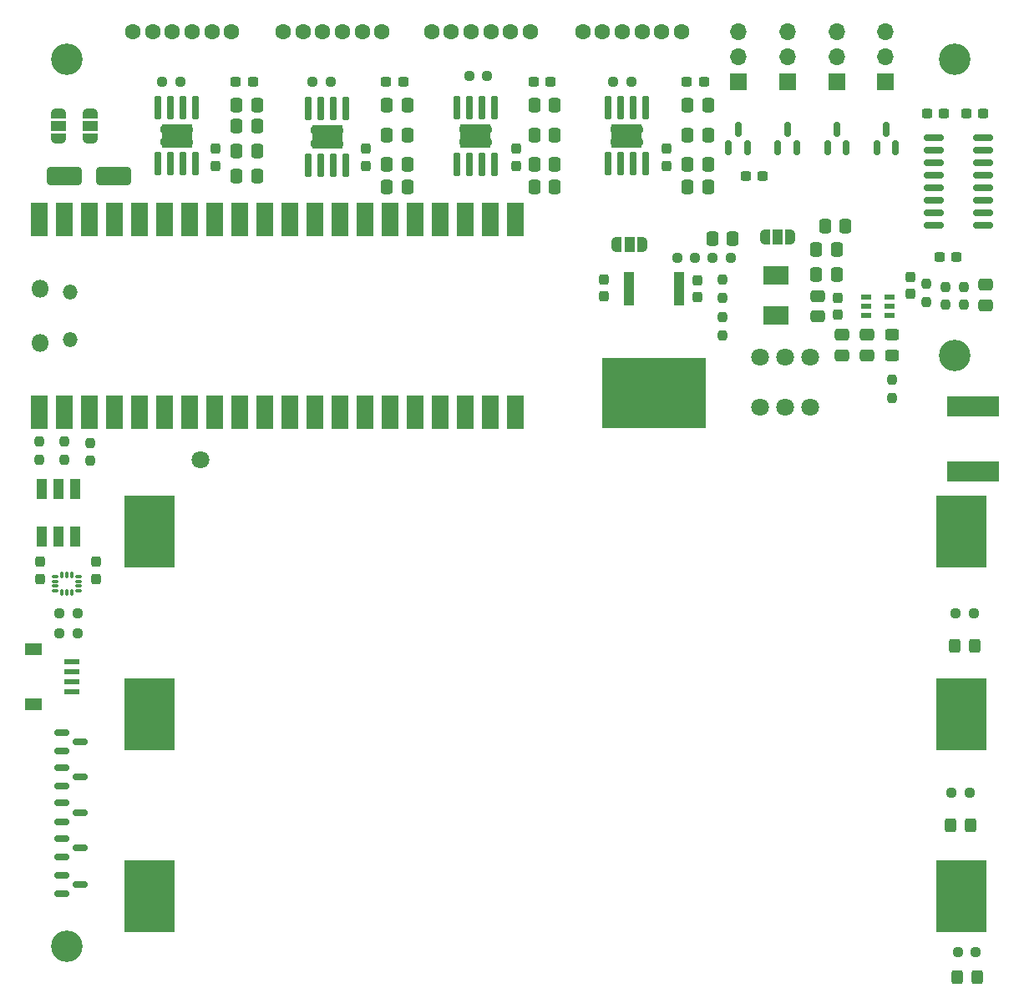
<source format=gbr>
%TF.GenerationSoftware,KiCad,Pcbnew,7.0.2-0*%
%TF.CreationDate,2024-06-06T04:37:27-07:00*%
%TF.ProjectId,version_1,76657273-696f-46e5-9f31-2e6b69636164,rev?*%
%TF.SameCoordinates,Original*%
%TF.FileFunction,Soldermask,Top*%
%TF.FilePolarity,Negative*%
%FSLAX46Y46*%
G04 Gerber Fmt 4.6, Leading zero omitted, Abs format (unit mm)*
G04 Created by KiCad (PCBNEW 7.0.2-0) date 2024-06-06 04:37:27*
%MOMM*%
%LPD*%
G01*
G04 APERTURE LIST*
G04 Aperture macros list*
%AMRoundRect*
0 Rectangle with rounded corners*
0 $1 Rounding radius*
0 $2 $3 $4 $5 $6 $7 $8 $9 X,Y pos of 4 corners*
0 Add a 4 corners polygon primitive as box body*
4,1,4,$2,$3,$4,$5,$6,$7,$8,$9,$2,$3,0*
0 Add four circle primitives for the rounded corners*
1,1,$1+$1,$2,$3*
1,1,$1+$1,$4,$5*
1,1,$1+$1,$6,$7*
1,1,$1+$1,$8,$9*
0 Add four rect primitives between the rounded corners*
20,1,$1+$1,$2,$3,$4,$5,0*
20,1,$1+$1,$4,$5,$6,$7,0*
20,1,$1+$1,$6,$7,$8,$9,0*
20,1,$1+$1,$8,$9,$2,$3,0*%
%AMFreePoly0*
4,1,19,0.550000,-0.750000,0.000000,-0.750000,0.000000,-0.744911,-0.071157,-0.744911,-0.207708,-0.704816,-0.327430,-0.627875,-0.420627,-0.520320,-0.479746,-0.390866,-0.500000,-0.250000,-0.500000,0.250000,-0.479746,0.390866,-0.420627,0.520320,-0.327430,0.627875,-0.207708,0.704816,-0.071157,0.744911,0.000000,0.744911,0.000000,0.750000,0.550000,0.750000,0.550000,-0.750000,0.550000,-0.750000,
$1*%
%AMFreePoly1*
4,1,19,0.000000,0.744911,0.071157,0.744911,0.207708,0.704816,0.327430,0.627875,0.420627,0.520320,0.479746,0.390866,0.500000,0.250000,0.500000,-0.250000,0.479746,-0.390866,0.420627,-0.520320,0.327430,-0.627875,0.207708,-0.704816,0.071157,-0.744911,0.000000,-0.744911,0.000000,-0.750000,-0.550000,-0.750000,-0.550000,0.750000,0.000000,0.750000,0.000000,0.744911,0.000000,0.744911,
$1*%
G04 Aperture macros list end*
%ADD10RoundRect,0.237500X-0.250000X-0.237500X0.250000X-0.237500X0.250000X0.237500X-0.250000X0.237500X0*%
%ADD11RoundRect,0.250000X-0.337500X-0.475000X0.337500X-0.475000X0.337500X0.475000X-0.337500X0.475000X0*%
%ADD12R,1.700000X1.700000*%
%ADD13O,1.700000X1.700000*%
%ADD14RoundRect,0.237500X0.237500X-0.250000X0.237500X0.250000X-0.237500X0.250000X-0.237500X-0.250000X0*%
%ADD15RoundRect,0.237500X0.300000X0.237500X-0.300000X0.237500X-0.300000X-0.237500X0.300000X-0.237500X0*%
%ADD16RoundRect,0.237500X0.250000X0.237500X-0.250000X0.237500X-0.250000X-0.237500X0.250000X-0.237500X0*%
%ADD17FreePoly0,270.000000*%
%ADD18R,1.500000X1.000000*%
%ADD19FreePoly1,270.000000*%
%ADD20RoundRect,0.150000X-0.850000X-0.150000X0.850000X-0.150000X0.850000X0.150000X-0.850000X0.150000X0*%
%ADD21FreePoly0,90.000000*%
%ADD22FreePoly1,90.000000*%
%ADD23RoundRect,0.250000X-0.475000X0.337500X-0.475000X-0.337500X0.475000X-0.337500X0.475000X0.337500X0*%
%ADD24RoundRect,0.237500X-0.237500X0.300000X-0.237500X-0.300000X0.237500X-0.300000X0.237500X0.300000X0*%
%ADD25FreePoly0,180.000000*%
%ADD26R,1.000000X1.500000*%
%ADD27FreePoly1,180.000000*%
%ADD28C,1.600000*%
%ADD29R,3.100000X2.400000*%
%ADD30RoundRect,0.070000X0.250000X-1.100000X0.250000X1.100000X-0.250000X1.100000X-0.250000X-1.100000X0*%
%ADD31C,0.770000*%
%ADD32R,1.550013X0.600000*%
%ADD33R,1.800000X1.200000*%
%ADD34R,2.500000X1.900000*%
%ADD35RoundRect,0.237500X-0.237500X0.250000X-0.237500X-0.250000X0.237500X-0.250000X0.237500X0.250000X0*%
%ADD36C,3.200000*%
%ADD37RoundRect,0.237500X-0.300000X-0.237500X0.300000X-0.237500X0.300000X0.237500X-0.300000X0.237500X0*%
%ADD38RoundRect,0.237500X0.237500X-0.300000X0.237500X0.300000X-0.237500X0.300000X-0.237500X-0.300000X0*%
%ADD39RoundRect,0.150000X-0.587500X-0.150000X0.587500X-0.150000X0.587500X0.150000X-0.587500X0.150000X0*%
%ADD40R,1.072009X0.532004*%
%ADD41RoundRect,0.250000X0.325000X0.450000X-0.325000X0.450000X-0.325000X-0.450000X0.325000X-0.450000X0*%
%ADD42RoundRect,0.150000X0.150000X-0.587500X0.150000X0.587500X-0.150000X0.587500X-0.150000X-0.587500X0*%
%ADD43O,1.800000X1.800000*%
%ADD44O,1.500000X1.500000*%
%ADD45R,1.700000X3.500000*%
%ADD46C,1.800000*%
%ADD47RoundRect,0.250000X-1.500000X-0.650000X1.500000X-0.650000X1.500000X0.650000X-1.500000X0.650000X0*%
%ADD48R,5.200000X7.400000*%
%ADD49RoundRect,0.087500X0.225000X0.087500X-0.225000X0.087500X-0.225000X-0.087500X0.225000X-0.087500X0*%
%ADD50RoundRect,0.087500X0.087500X0.225000X-0.087500X0.225000X-0.087500X-0.225000X0.087500X-0.225000X0*%
%ADD51R,5.300000X2.000000*%
%ADD52RoundRect,0.250000X0.475000X-0.337500X0.475000X0.337500X-0.475000X0.337500X-0.475000X-0.337500X0*%
%ADD53RoundRect,0.250000X0.450000X-0.325000X0.450000X0.325000X-0.450000X0.325000X-0.450000X-0.325000X0*%
%ADD54R,1.134011X3.358547*%
%ADD55R,10.566421X7.180544*%
%ADD56R,1.100000X2.000000*%
G04 APERTURE END LIST*
D10*
%TO.C,R9*%
X49887500Y-27305000D03*
X51712500Y-27305000D03*
%TD*%
D11*
%TO.C,C37*%
X72354000Y-37973000D03*
X74429000Y-37973000D03*
%TD*%
D12*
%TO.C,M8*%
X107950000Y-27305000D03*
D13*
X107950000Y-24765000D03*
X107950000Y-22225000D03*
%TD*%
D14*
%TO.C,R5*%
X91440000Y-52982500D03*
X91440000Y-51157500D03*
%TD*%
D15*
%TO.C,C60*%
X95477500Y-36830000D03*
X93752500Y-36830000D03*
%TD*%
D16*
%TO.C,R27*%
X116889974Y-81195026D03*
X115064974Y-81195026D03*
%TD*%
D17*
%TO.C,JP2*%
X24130000Y-30450000D03*
D18*
X24130000Y-31750000D03*
D19*
X24130000Y-33050000D03*
%TD*%
D20*
%TO.C,U10*%
X112865000Y-32967973D03*
X112865000Y-34237973D03*
X112865000Y-35507973D03*
X112865000Y-36777973D03*
X112865000Y-38047973D03*
X112865000Y-39317973D03*
X112865000Y-40587973D03*
X112865000Y-41857973D03*
X117865000Y-41857973D03*
X117865000Y-40587973D03*
X117865000Y-39317973D03*
X117865000Y-38047973D03*
X117865000Y-36777973D03*
X117865000Y-35507973D03*
X117865000Y-34237973D03*
X117865000Y-32967973D03*
%TD*%
D21*
%TO.C,JP3*%
X27305000Y-33050000D03*
D18*
X27305000Y-31750000D03*
D22*
X27305000Y-30450000D03*
%TD*%
D23*
%TO.C,C30*%
X103505000Y-52937500D03*
X103505000Y-55012500D03*
%TD*%
D24*
%TO.C,C26*%
X70485000Y-34062500D03*
X70485000Y-35787500D03*
%TD*%
D25*
%TO.C,JP4*%
X98300000Y-43000000D03*
D26*
X97000000Y-43000000D03*
D27*
X95700000Y-43000000D03*
%TD*%
D28*
%TO.C,CN3*%
X46902999Y-22225000D03*
X48902999Y-22225000D03*
X50902999Y-22225000D03*
X52902999Y-22225000D03*
X54902999Y-22225000D03*
X56902999Y-22225000D03*
%TD*%
D16*
%TO.C,R25*%
X92227500Y-45155000D03*
X90402500Y-45155000D03*
%TD*%
D24*
%TO.C,C6*%
X88900000Y-47397500D03*
X88900000Y-49122500D03*
%TD*%
%TO.C,C7*%
X110473500Y-47042500D03*
X110473500Y-48767500D03*
%TD*%
D11*
%TO.C,C42*%
X72354000Y-35687000D03*
X74429000Y-35687000D03*
%TD*%
D10*
%TO.C,R29*%
X24217500Y-81229763D03*
X26042500Y-81229763D03*
%TD*%
D29*
%TO.C,U17*%
X36101000Y-32728973D03*
D30*
X34196000Y-35603973D03*
X35466000Y-35603973D03*
X36736000Y-35603973D03*
X38006000Y-35603973D03*
X38006000Y-29853973D03*
X36736000Y-29853973D03*
X35466000Y-29853973D03*
X34196000Y-29853973D03*
D31*
X34801000Y-33378973D03*
X36101000Y-33378973D03*
X37401000Y-33378973D03*
X34801000Y-32078973D03*
X36101000Y-32078973D03*
X37401000Y-32078973D03*
%TD*%
D16*
%TO.C,R17*%
X116482500Y-99433026D03*
X114657500Y-99433026D03*
%TD*%
D24*
%TO.C,C5*%
X79375000Y-47302500D03*
X79375000Y-49027500D03*
%TD*%
D32*
%TO.C,U18*%
X25433024Y-86130127D03*
X25433024Y-87130127D03*
X25432516Y-88130381D03*
X25432516Y-89130381D03*
D33*
X21556976Y-90430102D03*
X21557484Y-84829898D03*
%TD*%
D34*
%TO.C,U5*%
X96882500Y-50968538D03*
X96882500Y-46868462D03*
%TD*%
D24*
%TO.C,C50*%
X27940000Y-75972500D03*
X27940000Y-77697500D03*
%TD*%
D28*
%TO.C,CN4*%
X31655000Y-22172973D03*
X33655000Y-22172973D03*
X35655000Y-22172973D03*
X37655000Y-22172973D03*
X39655000Y-22172973D03*
X41655000Y-22172973D03*
%TD*%
D10*
%TO.C,R8*%
X65762500Y-26670000D03*
X67587500Y-26670000D03*
%TD*%
D35*
%TO.C,R6*%
X91440000Y-47347500D03*
X91440000Y-49172500D03*
%TD*%
D29*
%TO.C,U16*%
X51349000Y-32852973D03*
D30*
X49444000Y-35727973D03*
X50714000Y-35727973D03*
X51984000Y-35727973D03*
X53254000Y-35727973D03*
X53254000Y-29977973D03*
X51984000Y-29977973D03*
X50714000Y-29977973D03*
X49444000Y-29977973D03*
D31*
X50049000Y-33502973D03*
X51349000Y-33502973D03*
X52649000Y-33502973D03*
X50049000Y-32202973D03*
X51349000Y-32202973D03*
X52649000Y-32202973D03*
%TD*%
D11*
%TO.C,C11*%
X87889000Y-29667000D03*
X89964000Y-29667000D03*
%TD*%
D15*
%TO.C,C29*%
X113892500Y-30480000D03*
X112167500Y-30480000D03*
%TD*%
D24*
%TO.C,C28*%
X40005000Y-34062500D03*
X40005000Y-35787500D03*
%TD*%
D11*
%TO.C,C36*%
X87889000Y-37973000D03*
X89964000Y-37973000D03*
%TD*%
D29*
%TO.C,U13*%
X81709000Y-32728973D03*
D30*
X79804000Y-35603973D03*
X81074000Y-35603973D03*
X82344000Y-35603973D03*
X83614000Y-35603973D03*
X83614000Y-29853973D03*
X82344000Y-29853973D03*
X81074000Y-29853973D03*
X79804000Y-29853973D03*
D31*
X80409000Y-33378973D03*
X81709000Y-33378973D03*
X83009000Y-33378973D03*
X80409000Y-32078973D03*
X81709000Y-32078973D03*
X83009000Y-32078973D03*
%TD*%
D36*
%TO.C,H2*%
X25000000Y-115000000D03*
%TD*%
D37*
%TO.C,C4*%
X42090000Y-27305000D03*
X43815000Y-27305000D03*
%TD*%
D14*
%TO.C,R23*%
X27305000Y-65747500D03*
X27305000Y-63922500D03*
%TD*%
D38*
%TO.C,C14*%
X103087500Y-50900000D03*
X103087500Y-49175000D03*
%TD*%
D39*
%TO.C,Q25*%
X24462500Y-96825000D03*
X24462500Y-98725000D03*
X26337500Y-97775000D03*
%TD*%
D40*
%TO.C,U4*%
X106022402Y-49087538D03*
X106022402Y-50037500D03*
X106022402Y-50987462D03*
X108320598Y-50987462D03*
X108320598Y-50037500D03*
X108320598Y-49087538D03*
%TD*%
D37*
%TO.C,C3*%
X57330000Y-27305000D03*
X59055000Y-27305000D03*
%TD*%
D41*
%TO.C,D1*%
X117230000Y-118110000D03*
X115180000Y-118110000D03*
%TD*%
D12*
%TO.C,M6*%
X98000000Y-27305000D03*
D13*
X98000000Y-24765000D03*
X98000000Y-22225000D03*
%TD*%
D10*
%TO.C,R7*%
X80367500Y-27305000D03*
X82192500Y-27305000D03*
%TD*%
D23*
%TO.C,C59*%
X118110000Y-47857500D03*
X118110000Y-49932500D03*
%TD*%
D42*
%TO.C,Q17*%
X92050000Y-33980473D03*
X93950000Y-33980473D03*
X93000000Y-32105473D03*
%TD*%
D11*
%TO.C,C39*%
X42169000Y-36830000D03*
X44244000Y-36830000D03*
%TD*%
D24*
%TO.C,C25*%
X85725000Y-34062500D03*
X85725000Y-35787500D03*
%TD*%
D12*
%TO.C,M5*%
X93000000Y-27305000D03*
D13*
X93000000Y-24765000D03*
X93000000Y-22225000D03*
%TD*%
D41*
%TO.C,D7*%
X117002474Y-84497026D03*
X114952474Y-84497026D03*
%TD*%
%TO.C,D3*%
X116595000Y-102735026D03*
X114545000Y-102735026D03*
%TD*%
D37*
%TO.C,C2*%
X72275000Y-27305000D03*
X74000000Y-27305000D03*
%TD*%
D28*
%TO.C,CN2*%
X61942999Y-22188973D03*
X63942999Y-22188973D03*
X65942999Y-22188973D03*
X67942999Y-22188973D03*
X69942999Y-22188973D03*
X71942999Y-22188973D03*
%TD*%
D11*
%TO.C,C54*%
X42169000Y-34290000D03*
X44244000Y-34290000D03*
%TD*%
D29*
%TO.C,U15*%
X66389000Y-32744973D03*
D30*
X64484000Y-35619973D03*
X65754000Y-35619973D03*
X67024000Y-35619973D03*
X68294000Y-35619973D03*
X68294000Y-29869973D03*
X67024000Y-29869973D03*
X65754000Y-29869973D03*
X64484000Y-29869973D03*
D31*
X65089000Y-33394973D03*
X66389000Y-33394973D03*
X67689000Y-33394973D03*
X65089000Y-32094973D03*
X66389000Y-32094973D03*
X67689000Y-32094973D03*
%TD*%
D43*
%TO.C,U1*%
X22275000Y-53725000D03*
D44*
X25305000Y-53425000D03*
X25305000Y-48575000D03*
D43*
X22275000Y-48275000D03*
D45*
X22145000Y-60790000D03*
X24685000Y-60790000D03*
X27225000Y-60790000D03*
X29765000Y-60790000D03*
X32305000Y-60790000D03*
X34845000Y-60790000D03*
X37385000Y-60790000D03*
X39925000Y-60790000D03*
X42465000Y-60790000D03*
X45005000Y-60790000D03*
X47545000Y-60790000D03*
X50085000Y-60790000D03*
X52625000Y-60790000D03*
X55165000Y-60790000D03*
X57705000Y-60790000D03*
X60245000Y-60790000D03*
X62785000Y-60790000D03*
X65325000Y-60790000D03*
X67865000Y-60790000D03*
X70405000Y-60790000D03*
X70405000Y-41210000D03*
X67865000Y-41210000D03*
X65325000Y-41210000D03*
X62785000Y-41210000D03*
X60245000Y-41210000D03*
X57705000Y-41210000D03*
X55165000Y-41210000D03*
X52625000Y-41210000D03*
X50085000Y-41210000D03*
X47545000Y-41210000D03*
X45005000Y-41210000D03*
X42465000Y-41210000D03*
X39925000Y-41210000D03*
X37385000Y-41210000D03*
X34845000Y-41210000D03*
X32305000Y-41210000D03*
X29765000Y-41210000D03*
X27225000Y-41210000D03*
X24685000Y-41210000D03*
X22145000Y-41210000D03*
%TD*%
D23*
%TO.C,C13*%
X106045000Y-52937500D03*
X106045000Y-55012500D03*
%TD*%
D11*
%TO.C,C47*%
X57409000Y-35687000D03*
X59484000Y-35687000D03*
%TD*%
D16*
%TO.C,R20*%
X117117500Y-115570000D03*
X115292500Y-115570000D03*
%TD*%
D10*
%TO.C,R10*%
X34647500Y-27305000D03*
X36472500Y-27305000D03*
%TD*%
D11*
%TO.C,C38*%
X57409000Y-37973000D03*
X59484000Y-37973000D03*
%TD*%
%TO.C,C45*%
X57409000Y-29667000D03*
X59484000Y-29667000D03*
%TD*%
%TO.C,C46*%
X57409000Y-32676999D03*
X59484000Y-32676999D03*
%TD*%
D14*
%TO.C,R4*%
X112122500Y-49576500D03*
X112122500Y-47751500D03*
%TD*%
D10*
%TO.C,R26*%
X86827500Y-45155000D03*
X88652500Y-45155000D03*
%TD*%
%TO.C,R30*%
X24217500Y-83229763D03*
X26042500Y-83229763D03*
%TD*%
D14*
%TO.C,R21*%
X22145000Y-65610000D03*
X22145000Y-63785000D03*
%TD*%
D11*
%TO.C,C58*%
X100925000Y-46863500D03*
X103000000Y-46863500D03*
%TD*%
D37*
%TO.C,C1*%
X87810000Y-27305000D03*
X89535000Y-27305000D03*
%TD*%
D39*
%TO.C,Q24*%
X24462500Y-93275000D03*
X24462500Y-95175000D03*
X26337500Y-94225000D03*
%TD*%
D36*
%TO.C,H1*%
X115000000Y-25000000D03*
%TD*%
D12*
%TO.C,M7*%
X103000000Y-27305000D03*
D13*
X103000000Y-24765000D03*
X103000000Y-22225000D03*
%TD*%
D46*
%TO.C,U7*%
X95249995Y-55244995D03*
X97790000Y-55244995D03*
X100330005Y-55244995D03*
X95249995Y-60325005D03*
X97790000Y-60325005D03*
X100330005Y-60325005D03*
%TD*%
D11*
%TO.C,C15*%
X90402500Y-43180000D03*
X92477500Y-43180000D03*
%TD*%
D47*
%TO.C,D5*%
X24700000Y-36860000D03*
X29700000Y-36860000D03*
%TD*%
D46*
%TO.C,U6*%
X38499860Y-65589987D03*
D48*
X33350000Y-72940000D03*
X115649974Y-72940000D03*
X33350000Y-91440127D03*
X115649974Y-91440127D03*
X33350000Y-109940000D03*
X115649974Y-109940000D03*
%TD*%
D49*
%TO.C,U12*%
X26117500Y-78942263D03*
X26117500Y-78442263D03*
X26117500Y-77942263D03*
X26117500Y-77442263D03*
D50*
X25455000Y-77279763D03*
X24955000Y-77279763D03*
X24455000Y-77279763D03*
D49*
X23792500Y-77442263D03*
X23792500Y-77942263D03*
X23792500Y-78442263D03*
X23792500Y-78942263D03*
D50*
X24455000Y-79104763D03*
X24955000Y-79104763D03*
X25455000Y-79104763D03*
%TD*%
D25*
%TO.C,JP1*%
X83300000Y-43815000D03*
D26*
X82000000Y-43815000D03*
D27*
X80700000Y-43815000D03*
%TD*%
D15*
%TO.C,C61*%
X115162500Y-45085000D03*
X113437500Y-45085000D03*
%TD*%
D11*
%TO.C,C8*%
X101832500Y-41910000D03*
X103907500Y-41910000D03*
%TD*%
D24*
%TO.C,C27*%
X55245000Y-34062500D03*
X55245000Y-35787500D03*
%TD*%
D39*
%TO.C,Q22*%
X24462500Y-100450000D03*
X24462500Y-102350000D03*
X26337500Y-101400000D03*
%TD*%
D11*
%TO.C,C52*%
X42169000Y-29667000D03*
X44244000Y-29667000D03*
%TD*%
D38*
%TO.C,C16*%
X22225000Y-77697500D03*
X22225000Y-75972500D03*
%TD*%
D28*
%TO.C,CN1*%
X77262999Y-22172973D03*
X79262999Y-22172973D03*
X81262999Y-22172973D03*
X83262999Y-22172973D03*
X85262999Y-22172973D03*
X87262999Y-22172973D03*
%TD*%
D51*
%TO.C,F2*%
X116840000Y-66800000D03*
X116840000Y-60200051D03*
%TD*%
D35*
%TO.C,R3*%
X115932500Y-48087500D03*
X115932500Y-49912500D03*
%TD*%
D52*
%TO.C,C31*%
X101087500Y-51075000D03*
X101087500Y-49000000D03*
%TD*%
D11*
%TO.C,C57*%
X100925000Y-44323500D03*
X103000000Y-44323500D03*
%TD*%
D42*
%TO.C,Q18*%
X97050000Y-33980473D03*
X98950000Y-33980473D03*
X98000000Y-32105473D03*
%TD*%
D39*
%TO.C,Q23*%
X24462500Y-107750000D03*
X24462500Y-109650000D03*
X26337500Y-108700000D03*
%TD*%
D36*
%TO.C,H4*%
X25000000Y-25000000D03*
%TD*%
D11*
%TO.C,C53*%
X42169000Y-31750000D03*
X44244000Y-31750000D03*
%TD*%
D53*
%TO.C,D4*%
X108585000Y-55000000D03*
X108585000Y-52950000D03*
%TD*%
D11*
%TO.C,C32*%
X87889000Y-32676999D03*
X89964000Y-32676999D03*
%TD*%
D42*
%TO.C,Q20*%
X107050000Y-33980473D03*
X108950000Y-33980473D03*
X108000000Y-32105473D03*
%TD*%
D36*
%TO.C,H3*%
X115000000Y-55000000D03*
%TD*%
D11*
%TO.C,C41*%
X72354000Y-32676999D03*
X74429000Y-32676999D03*
%TD*%
%TO.C,C40*%
X72354000Y-29667000D03*
X74429000Y-29667000D03*
%TD*%
D37*
%TO.C,C51*%
X116127000Y-30480000D03*
X117852000Y-30480000D03*
%TD*%
D39*
%TO.C,Q21*%
X24462500Y-104050000D03*
X24462500Y-105950000D03*
X26337500Y-105000000D03*
%TD*%
D42*
%TO.C,Q19*%
X102050000Y-33980473D03*
X103950000Y-33980473D03*
X103000000Y-32105473D03*
%TD*%
D14*
%TO.C,R1*%
X108585000Y-59332500D03*
X108585000Y-57507500D03*
%TD*%
D11*
%TO.C,C33*%
X87889000Y-35687000D03*
X89964000Y-35687000D03*
%TD*%
D14*
%TO.C,R2*%
X114027500Y-49912500D03*
X114027500Y-48087500D03*
%TD*%
D54*
%TO.C,U3*%
X86995005Y-48258731D03*
X81914995Y-48258731D03*
D55*
X84455000Y-58830487D03*
%TD*%
D56*
%TO.C,D6*%
X22430000Y-73415000D03*
X24130000Y-73415000D03*
X25830000Y-73415000D03*
X25830000Y-68615000D03*
X24130000Y-68615000D03*
X22430000Y-68615000D03*
%TD*%
D14*
%TO.C,R22*%
X24685000Y-65610000D03*
X24685000Y-63785000D03*
%TD*%
M02*

</source>
